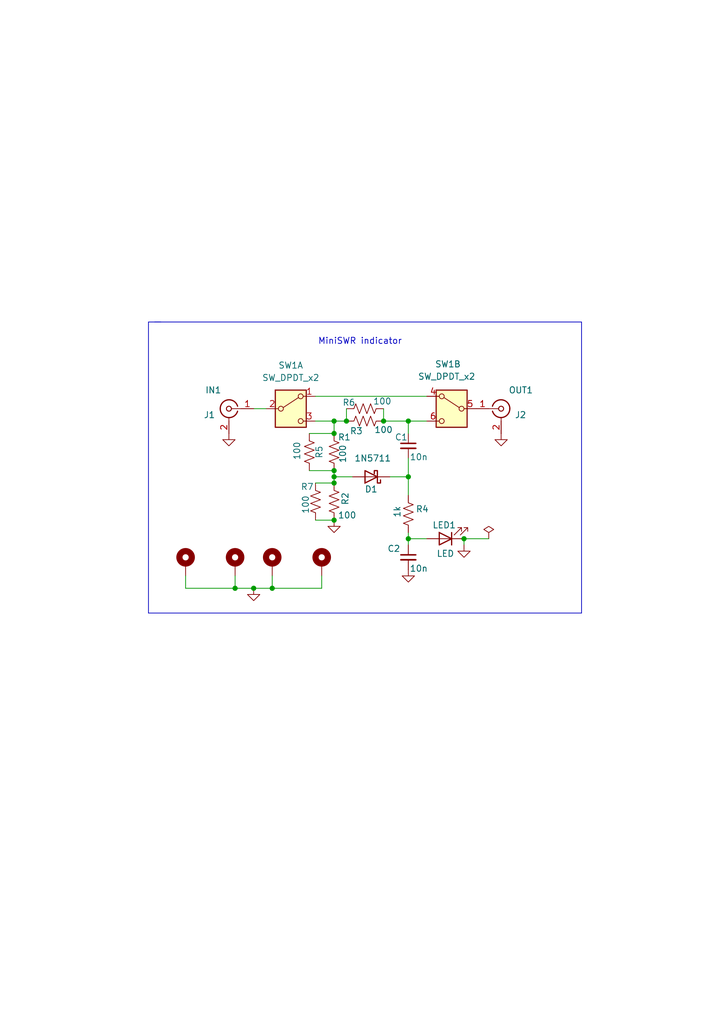
<source format=kicad_sch>
(kicad_sch (version 20240417) (generator "eeschema") (generator_version "8.99")
  (paper "A5" portrait)
  (title_block (title "MiniSWR Indicator Interface") (date "2024-05-19") (rev "Revision 0.01") (company "Author: Dhiru Kholia (VU3CER)"))
  (lib_symbols
    (symbol "Conn_Coaxial_1" (pin_names (offset 1.016) hide)
      (property "Reference" "J" (at 0.254 3.048 0))
      (property "Value" "Conn_Coaxial" (at 2.921 0 90))
      (symbol "Conn_Coaxial_1_0_1"
        (polyline (pts (xy -2.54 0) (xy -0.508 0)))
        (arc (start 1.778 0) (mid 0.222 -1.8079) (end -1.778 -0.508) (stroke (width 0.254)))
        (arc (start -1.778 0.508) (mid 0.2221 1.8084) (end 1.778 0) (stroke (width 0.254)))
        (circle (center 0 0) (radius 0.508) (stroke (width 0.2032)))
        (polyline (pts (xy 0 -2.54) (xy 0 -1.778)))
      )
      (symbol "Conn_Coaxial_1_1_1"
        (pin passive line (at -5.08 0 0) (length 2.54) (name "In") (number "1"))
        (pin passive line (at 0 -5.08 90) (length 2.54) (name "Ext") (number "2"))
      )
    )
    (symbol "Connector:Conn_Coaxial" (pin_names (offset 1.016) hide)
      (property "Reference" "J" (at 0.254 3.048 0))
      (property "Value" "Conn_Coaxial" (at 2.921 0 90))
      (symbol "Conn_Coaxial_0_1"
        (polyline (pts (xy -2.54 0) (xy -0.508 0)))
        (arc (start 1.778 0) (mid 0.222 -1.8079) (end -1.778 -0.508) (stroke (width 0.254)))
        (arc (start -1.778 0.508) (mid 0.2221 1.8084) (end 1.778 0) (stroke (width 0.254)))
        (circle (center 0 0) (radius 0.508) (stroke (width 0.2032)))
        (polyline (pts (xy 0 -2.54) (xy 0 -1.778)))
      )
      (symbol "Conn_Coaxial_1_1"
        (pin passive line (at -5.08 0 0) (length 2.54) (name "In") (number "1"))
        (pin passive line (at 0 -5.08 90) (length 2.54) (name "Ext") (number "2"))
      )
    )
    (symbol "Device:C_Small" (pin_numbers hide) (pin_names (offset 0.254) hide)
      (property "Reference" "C" (at 0.254 1.778 0))
      (property "Value" "C_Small" (at 0.254 -2.032 0))
      (symbol "C_Small_0_1"
        (polyline (pts (xy -1.524 0.508) (xy 1.524 0.508)) (stroke (width 0.3048)))
        (polyline (pts (xy -1.524 -0.508) (xy 1.524 -0.508)) (stroke (width 0.3302)))
      )
      (symbol "C_Small_1_1"
        (pin passive line (at 0 2.54 270) (length 2.032) (name "~") (number "1"))
        (pin passive line (at 0 -2.54 90) (length 2.032) (name "~") (number "2"))
      )
    )
    (symbol "Device:LED" (pin_numbers hide) (pin_names (offset 1.016) hide)
      (property "Reference" "D" (at 0 2.54 0))
      (property "Value" "LED" (at 0 -2.54 0))
      (symbol "LED_0_1"
        (polyline (pts (xy -3.048 -0.762) (xy -4.572 -2.286) (xy -3.81 -2.286) (xy -4.572 -2.286) (xy -4.572 -1.524)))
        (polyline (pts (xy -1.778 -0.762) (xy -3.302 -2.286) (xy -2.54 -2.286) (xy -3.302 -2.286) (xy -3.302 -1.524)))
        (polyline (pts (xy -1.27 0) (xy 1.27 0)))
        (polyline (pts (xy -1.27 -1.27) (xy -1.27 1.27)) (stroke (width 0.254)))
        (polyline (pts (xy 1.27 -1.27) (xy 1.27 1.27) (xy -1.27 0) (xy 1.27 -1.27)) (stroke (width 0.254)))
      )
      (symbol "LED_1_1"
        (pin passive line (at -3.81 0 0) (length 2.54) (name "K") (number "1"))
        (pin passive line (at 3.81 0 180) (length 2.54) (name "A") (number "2"))
      )
    )
    (symbol "Device:R_US" (pin_numbers hide) (pin_names (offset 0))
      (property "Reference" "R" (at 2.54 0 90))
      (property "Value" "R_US" (at -2.54 0 90))
      (symbol "R_US_0_1"
        (polyline (pts (xy 0 2.286) (xy 1.016 1.905) (xy 0 1.524) (xy -1.016 1.143) (xy 0 0.762)))
        (polyline (pts (xy 0 2.286) (xy 0 2.54)))
        (polyline (pts (xy 0 0.762) (xy 1.016 0.381) (xy 0 0) (xy -1.016 -0.381) (xy 0 -0.762)))
        (polyline (pts (xy 0 -0.762) (xy 1.016 -1.143) (xy 0 -1.524) (xy -1.016 -1.905) (xy 0 -2.286)))
        (polyline (pts (xy 0 -2.286) (xy 0 -2.54)))
      )
      (symbol "R_US_1_1"
        (pin passive line (at 0 3.81 270) (length 1.27) (name "~") (number "1"))
        (pin passive line (at 0 -3.81 90) (length 1.27) (name "~") (number "2"))
      )
    )
    (symbol "Diode:1N5711" (pin_numbers hide) (pin_names (offset 1.016) hide)
      (property "Reference" "D" (at 0 2.54 0))
      (property "Value" "1N5711" (at 0 -2.54 0))
      (symbol "1N5711_0_1"
        (polyline (pts (xy -1.905 0.635) (xy -1.905 1.27) (xy -1.27 1.27) (xy -1.27 -1.27) (xy -0.635 -1.27) (xy -0.635 -0.635)) (stroke (width 0.254)))
        (polyline (pts (xy 1.27 1.27) (xy 1.27 -1.27) (xy -1.27 0) (xy 1.27 1.27)) (stroke (width 0.254)))
        (polyline (pts (xy 1.27 0) (xy -1.27 0)))
      )
      (symbol "1N5711_1_1"
        (pin passive line (at -3.81 0 0) (length 2.54) (name "K") (number "1"))
        (pin passive line (at 3.81 0 180) (length 2.54) (name "A") (number "2"))
      )
    )
    (symbol "Mechanical:MountingHole_Pad" (pin_numbers hide) (pin_names (offset 1.016) hide)
      (property "Reference" "H" (at 0 6.35 0))
      (property "Value" "MountingHole_Pad" (at 0 4.445 0))
      (symbol "MountingHole_Pad_0_1"
        (circle (center 0 1.27) (radius 1.27) (stroke (width 1.27)))
      )
      (symbol "MountingHole_Pad_1_1"
        (pin input line (at 0 -2.54 90) (length 2.54) (name "1") (number "1"))
      )
    )
    (symbol "Switch:SW_DPDT_x2" (pin_names (offset 0) hide)
      (property "Reference" "SW" (at 0 5.08 0))
      (property "Value" "SW_DPDT_x2" (at 0 -5.08 0))
      (symbol "SW_DPDT_x2_0_0"
        (circle (center -2.032 0) (radius 0.508))
        (circle (center 2.032 -2.54) (radius 0.508))
      )
      (symbol "SW_DPDT_x2_0_1"
        (rectangle (start -3.175 3.81) (end 3.175 -3.81) (stroke (width 0.254)) (fill (type background)))
        (polyline (pts (xy -1.524 0.254) (xy 1.5748 2.286)))
        (circle (center 2.032 2.54) (radius 0.508))
      )
      (symbol "SW_DPDT_x2_1_1"
        (pin passive line (at 5.08 2.54 180) (length 2.54) (name "A") (number "1"))
        (pin passive line (at -5.08 0 0) (length 2.54) (name "B") (number "2"))
        (pin passive line (at 5.08 -2.54 180) (length 2.54) (name "C") (number "3"))
      )
      (symbol "SW_DPDT_x2_2_1"
        (pin passive line (at 5.08 2.54 180) (length 2.54) (name "A") (number "4"))
        (pin passive line (at -5.08 0 0) (length 2.54) (name "B") (number "5"))
        (pin passive line (at 5.08 -2.54 180) (length 2.54) (name "C") (number "6"))
      )
    )
    (symbol "power:GND" (power) (pin_numbers hide) (pin_names (offset 0) hide)
      (property "Value" "GND" (at 0 -3.81 0))
      (symbol "GND_0_1"
        (polyline (pts (xy 0 0) (xy 0 -1.27) (xy 1.27 -1.27) (xy 0 -2.54) (xy -1.27 -1.27) (xy 0 -1.27)))
      )
      (symbol "GND_1_1"
        (pin power_in line (at 0 0 270) (length 0) (name "~") (number "1"))
      )
    )
    (symbol "power:PWR_FLAG" (power) (pin_numbers hide) (pin_names (offset 0) hide)
      (property "Value" "PWR_FLAG" (at 0 3.81 0))
      (symbol "PWR_FLAG_0_0"
        (pin power_out line (at 0 0 90) (length 0) (name "~") (number "1"))
      )
      (symbol "PWR_FLAG_0_1"
        (polyline (pts (xy 0 0) (xy 0 1.27) (xy -1.016 1.905) (xy 0 2.54) (xy 1.016 1.905) (xy 0 1.27)))
      )
    )
  )
  (text "MiniSWR indicator" (at 73.914 70.104 0) (effects (font (size 1.27 1.27))))
  (junction (at 68.58 86.36))
  (junction (at 68.58 99.06))
  (junction (at 95.25 110.49))
  (junction (at 48.26 120.65))
  (junction (at 55.88 120.65))
  (junction (at 68.58 96.52))
  (junction (at 71.12 86.36))
  (junction (at 83.82 110.49))
  (junction (at 83.82 86.36))
  (junction (at 52.07 120.65))
  (junction (at 68.58 106.68))
  (junction (at 68.58 88.9))
  (junction (at 83.82 97.79))
  (junction (at 78.74 86.36))
  (junction (at 68.58 97.79))
  (polyline (pts (xy 119.38 125.73) (xy 30.48 125.73)))
  (wire (pts (xy 52.07 83.82) (xy 54.61 83.82)))
  (wire (pts (xy 83.82 110.49) (xy 87.63 110.49)))
  (wire (pts (xy 68.58 97.79) (xy 68.58 99.06)))
  (wire (pts (xy 83.82 109.22) (xy 83.82 110.49)))
  (wire (pts (xy 68.58 86.36) (xy 71.12 86.36)))
  (wire (pts (xy 48.26 120.65) (xy 52.07 120.65)))
  (polyline (pts (xy 31.75 66.04) (xy 119.38 66.04)))
  (polyline (pts (xy 30.48 66.04) (xy 33.02 66.04)))
  (wire (pts (xy 64.77 106.68) (xy 68.58 106.68)))
  (wire (pts (xy 83.82 86.36) (xy 87.63 86.36)))
  (wire (pts (xy 55.88 118.11) (xy 55.88 120.65)))
  (wire (pts (xy 83.82 93.98) (xy 83.82 97.79)))
  (wire (pts (xy 83.82 110.49) (xy 83.82 111.76)))
  (wire (pts (xy 64.77 81.28) (xy 87.63 81.28)))
  (wire (pts (xy 48.26 118.11) (xy 48.26 120.65)))
  (wire (pts (xy 38.1 120.65) (xy 48.26 120.65)))
  (wire (pts (xy 78.74 83.82) (xy 78.74 86.36)))
  (polyline (pts (xy 30.48 125.73) (xy 30.48 66.04)))
  (wire (pts (xy 55.88 120.65) (xy 66.04 120.65)))
  (wire (pts (xy 63.5 96.52) (xy 68.58 96.52)))
  (wire (pts (xy 64.77 86.36) (xy 68.58 86.36)))
  (wire (pts (xy 68.58 86.36) (xy 68.58 88.9)))
  (wire (pts (xy 68.58 97.79) (xy 72.39 97.79)))
  (wire (pts (xy 68.58 96.52) (xy 68.58 97.79)))
  (wire (pts (xy 66.04 120.65) (xy 66.04 118.11)))
  (wire (pts (xy 83.82 97.79) (xy 80.01 97.79)))
  (wire (pts (xy 83.82 97.79) (xy 83.82 101.6)))
  (wire (pts (xy 63.5 88.9) (xy 68.58 88.9)))
  (wire (pts (xy 95.25 110.49) (xy 95.25 111.76)))
  (wire (pts (xy 95.25 110.49) (xy 100.33 110.49)))
  (wire (pts (xy 52.07 120.65) (xy 55.88 120.65)))
  (wire (pts (xy 83.82 86.36) (xy 78.74 86.36)))
  (wire (pts (xy 83.82 88.9) (xy 83.82 86.36)))
  (wire (pts (xy 38.1 118.11) (xy 38.1 120.65)))
  (wire (pts (xy 64.77 99.06) (xy 68.58 99.06)))
  (polyline (pts (xy 119.38 66.04) (xy 119.38 125.73)))
  (wire (pts (xy 71.12 83.82) (xy 71.12 86.36)))
  (symbol (lib_name "Conn_Coaxial_1") (lib_id "Connector:Conn_Coaxial") (at 102.87 83.82 0) (unit 1)
    (property "Reference" "J2" (at 105.664 85.09 0) (effects (justify left)))
    (property "Value" "OUT1" (at 104.394 80.01 0) (effects (justify left)))
    (property "Footprint" "footprints:SMA_Samtec_SMA-J-P-X-ST-EM1_EdgeMount" (effects (hide yes)))
    (property "Datasheet" " ~" (effects (hide yes)))
    (property "Description" "coaxial connector (BNC, SMA, SMB, SMC, Cinch/RCA, LEMO, ...)" (effects (hide yes)))
  )
  (symbol (lib_id "Mechanical:MountingHole_Pad") (at 48.26 115.57 0) (unit 1)
    (property "Reference" "H2" (effects (hide yes)))
    (property "Value" "MountingHole_Pad" (effects (hide yes)))
    (property "Footprint" "MountingHole:MountingHole_2.2mm_M2_Pad_Via" (effects (hide yes)))
    (property "Source" "NA" (effects (hide yes)))
  )
  (symbol (lib_id "Switch:SW_DPDT_x2") (at 59.69 83.82 0) (unit 1)
    (property "Reference" "SW1" (at 59.69 74.93 0))
    (property "Value" "SW_DPDT_x2" (at 59.69 77.47 0))
    (property "Footprint" "footprints:MTS-203 Switch" (effects (hide yes)))
    (property "Description" "Switch, dual pole double throw, separate symbols" (effects (hide yes)))
  )
  (symbol (lib_id "power:GND") (at 68.58 106.68 0) (mirror y) (unit 1)
    (property "Reference" "#PWR051" (effects (hide yes)))
    (property "Value" "GND" (effects (hide yes)))
    (property "Description" "Power symbol creates a global label with name \"GND\" , ground" (effects (hide yes)))
  )
  (symbol (lib_id "Device:R_US") (at 68.58 92.71 180) (unit 1)
    (property "Reference" "R1" (at 69.342 89.662 0) (effects (justify right)))
    (property "Value" "100" (at 70.358 94.996 90) (effects (justify right)))
    (property "Footprint" "Resistor_SMD:R_2512_6332Metric_Pad1.40x3.35mm_HandSolder" (effects (hide yes)))
    (property "Description" "Resistor, US symbol" (effects (hide yes)))
  )
  (symbol (lib_id "power:GND") (at 46.99 88.9 0) (mirror y) (unit 1)
    (property "Reference" "#PWR01" (effects (hide yes)))
    (property "Value" "GND" (effects (hide yes)))
    (property "Description" "Power symbol creates a global label with name \"GND\" , ground" (effects (hide yes)))
  )
  (symbol (lib_id "Connector:Conn_Coaxial") (at 46.99 83.82 0) (mirror y) (unit 1)
    (property "Reference" "J1" (at 44.196 85.09 0) (effects (justify left)))
    (property "Value" "IN1" (at 45.466 80.01 0) (effects (justify left)))
    (property "Footprint" "footprints:SMA_Samtec_SMA-J-P-X-ST-EM1_EdgeMount" (effects (hide yes)))
    (property "Datasheet" " ~" (effects (hide yes)))
    (property "Description" "coaxial connector (BNC, SMA, SMB, SMC, Cinch/RCA, LEMO, ...)" (effects (hide yes)))
  )
  (symbol (lib_id "Device:R_US") (at 74.93 83.82 90) (unit 1)
    (property "Reference" "R6" (at 71.628 82.55 90))
    (property "Value" "100" (at 78.486 82.296 90))
    (property "Footprint" "Resistor_SMD:R_2512_6332Metric_Pad1.40x3.35mm_HandSolder" (effects (hide yes)))
    (property "Description" "Resistor, US symbol" (effects (hide yes)))
  )
  (symbol (lib_id "Device:LED") (at 91.44 110.49 180) (unit 1)
    (property "Reference" "LED1" (at 91.186 107.696 0))
    (property "Value" "LED" (at 91.44 113.538 0))
    (property "Footprint" "LED_THT:LED_D3.0mm" (effects (hide yes)))
    (property "Description" "Light emitting diode" (effects (hide yes)))
  )
  (symbol (lib_id "power:GND") (at 52.07 120.65 0) (unit 1)
    (property "Reference" "#PWR03" (effects (hide yes)))
    (property "Value" "GND" (effects (hide yes)))
    (property "Description" "Power symbol creates a global label with name \"GND\" , ground" (effects (hide yes)))
  )
  (symbol (lib_id "Device:R_US") (at 74.93 86.36 90) (unit 1)
    (property "Reference" "R3" (at 73.152 88.392 90))
    (property "Value" "100" (at 78.74 88.138 90))
    (property "Footprint" "Resistor_SMD:R_2512_6332Metric_Pad1.40x3.35mm_HandSolder" (effects (hide yes)))
    (property "Description" "Resistor, US symbol" (effects (hide yes)))
  )
  (symbol (lib_id "Device:R_US") (at 68.58 102.87 180) (unit 1)
    (property "Reference" "R2" (at 70.866 103.632 90) (effects (justify right)))
    (property "Value" "100" (at 69.342 105.664 0) (effects (justify right)))
    (property "Footprint" "Resistor_SMD:R_2512_6332Metric_Pad1.40x3.35mm_HandSolder" (effects (hide yes)))
    (property "Description" "Resistor, US symbol" (effects (hide yes)))
  )
  (symbol (lib_id "Switch:SW_DPDT_x2") (at 92.71 83.82 0) (mirror y) (unit 2)
    (property "Reference" "SW1" (at 91.948 74.676 0))
    (property "Value" "SW_DPDT_x2" (at 91.694 77.216 0))
    (property "Footprint" "footprints:MTS-203 Switch" (effects (hide yes)))
    (property "Description" "Switch, dual pole double throw, separate symbols" (effects (hide yes)))
  )
  (symbol (lib_id "Diode:1N5711") (at 76.2 97.79 180) (unit 1)
    (property "Reference" "D1" (at 76.2 100.33 0))
    (property "Value" "1N5711" (at 76.5175 93.98 0))
    (property "Footprint" "Diode_THT:D_DO-35_SOD27_P7.62mm_Horizontal" (effects (hide yes)))
    (property "Datasheet" "https://www.microsemi.com/document-portal/doc_download/8865-lds-0040-datasheet" (effects (hide yes)))
    (property "Description" "70V 33mA Schottky diode, DO-35" (effects (hide yes)))
  )
  (symbol (lib_id "power:PWR_FLAG") (at 100.33 110.49 0) (unit 1)
    (property "Reference" "#FLG01" (effects (hide yes)))
    (property "Value" "PWR_FLAG" (effects (hide yes)))
    (property "Description" "Special symbol for telling ERC where power comes from" (effects (hide yes)))
  )
  (symbol (lib_id "power:GND") (at 83.82 116.84 0) (mirror y) (unit 1)
    (property "Reference" "#PWR052" (effects (hide yes)))
    (property "Value" "GND" (effects (hide yes)))
    (property "Description" "Power symbol creates a global label with name \"GND\" , ground" (effects (hide yes)))
  )
  (symbol (lib_id "power:GND") (at 95.25 111.76 0) (mirror y) (unit 1)
    (property "Reference" "#PWR053" (effects (hide yes)))
    (property "Value" "GND" (effects (hide yes)))
    (property "Description" "Power symbol creates a global label with name \"GND\" , ground" (effects (hide yes)))
  )
  (symbol (lib_id "Device:R_US") (at 83.82 105.41 180) (unit 1)
    (property "Reference" "R4" (at 85.344 104.394 0) (effects (justify right)))
    (property "Value" "1k" (at 81.534 106.172 90) (effects (justify right)))
    (property "Footprint" "Resistor_SMD:R_1206_3216Metric_Pad1.30x1.75mm_HandSolder" (effects (hide yes)))
    (property "Description" "Resistor, US symbol" (effects (hide yes)))
  )
  (symbol (lib_id "Mechanical:MountingHole_Pad") (at 55.88 115.57 0) (unit 1)
    (property "Reference" "H3" (effects (hide yes)))
    (property "Value" "MountingHole_Pad" (effects (hide yes)))
    (property "Footprint" "MountingHole:MountingHole_2.2mm_M2_Pad_Via" (effects (hide yes)))
    (property "Source" "NA" (effects (hide yes)))
  )
  (symbol (lib_id "power:GND") (at 102.87 88.9 0) (mirror y) (unit 1)
    (property "Reference" "#PWR02" (effects (hide yes)))
    (property "Value" "GND" (effects (hide yes)))
    (property "Description" "Power symbol creates a global label with name \"GND\" , ground" (effects (hide yes)))
  )
  (symbol (lib_id "Mechanical:MountingHole_Pad") (at 66.04 115.57 0) (mirror y) (unit 1)
    (property "Reference" "H4" (effects (hide yes)))
    (property "Value" "MountingHole_Pad" (effects (hide yes)))
    (property "Footprint" "MountingHole:MountingHole_2.2mm_M2_Pad_Via" (effects (hide yes)))
    (property "Source" "NA" (effects (hide yes)))
  )
  (symbol (lib_id "Device:R_US") (at 64.77 102.87 180) (unit 1)
    (property "Reference" "R7" (at 61.722 99.822 0) (effects (justify right)))
    (property "Value" "100" (at 62.738 105.41 90) (effects (justify right)))
    (property "Footprint" "Resistor_SMD:R_2512_6332Metric_Pad1.40x3.35mm_HandSolder" (effects (hide yes)))
    (property "Description" "Resistor, US symbol" (effects (hide yes)))
  )
  (symbol (lib_id "Device:C_Small") (at 83.82 91.44 0) (unit 1)
    (property "Reference" "C1" (at 81.026 89.662 0) (effects (justify left)))
    (property "Value" "10n" (at 84.074 93.726 0) (effects (justify left)))
    (property "Footprint" "Capacitor_SMD:C_1206_3216Metric_Pad1.33x1.80mm_HandSolder" (effects (hide yes)))
    (property "Description" "Unpolarized capacitor, small symbol" (effects (hide yes)))
  )
  (symbol (lib_id "Device:R_US") (at 63.5 92.71 180) (unit 1)
    (property "Reference" "R5" (at 65.532 92.71 90))
    (property "Value" "100" (at 60.96 92.456 90))
    (property "Footprint" "Resistor_SMD:R_2512_6332Metric_Pad1.40x3.35mm_HandSolder" (effects (hide yes)))
    (property "Description" "Resistor, US symbol" (effects (hide yes)))
  )
  (symbol (lib_id "Device:C_Small") (at 83.82 114.3 0) (unit 1)
    (property "Reference" "C2" (at 79.502 112.522 0) (effects (justify left)))
    (property "Value" "10n" (at 84.074 116.586 0) (effects (justify left)))
    (property "Footprint" "Capacitor_SMD:C_1206_3216Metric_Pad1.33x1.80mm_HandSolder" (effects (hide yes)))
    (property "Description" "Unpolarized capacitor, small symbol" (effects (hide yes)))
  )
  (symbol (lib_id "Mechanical:MountingHole_Pad") (at 38.1 115.57 0) (unit 1)
    (property "Reference" "H1" (effects (hide yes)))
    (property "Value" "MountingHole_Pad" (effects (hide yes)))
    (property "Footprint" "MountingHole:MountingHole_2.2mm_M2_Pad_Via" (effects (hide yes)))
    (property "Source" "NA" (effects (hide yes)))
  )
)
</source>
